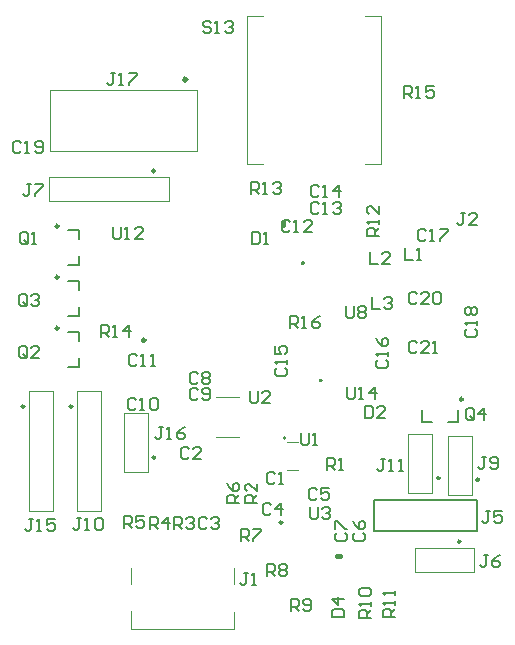
<source format=gto>
G04*
G04 #@! TF.GenerationSoftware,Altium Limited,Altium Designer,23.10.1 (27)*
G04*
G04 Layer_Color=65535*
%FSLAX44Y44*%
%MOMM*%
G71*
G04*
G04 #@! TF.SameCoordinates,273EA9BE-9362-4083-9DEA-C9DCB70363E1*
G04*
G04*
G04 #@! TF.FilePolarity,Positive*
G04*
G01*
G75*
%ADD10C,0.3000*%
%ADD11C,0.2500*%
%ADD12C,0.1500*%
%ADD13C,0.1016*%
%ADD14C,0.2000*%
%ADD15C,0.4000*%
%ADD16C,0.1651*%
D10*
X269367Y219075D02*
G03*
X269367Y219075I-254J0D01*
G01*
X120737Y253184D02*
G03*
X120737Y253184I-1061J0D01*
G01*
X155956Y473964D02*
G03*
X155956Y473964I-1270J0D01*
G01*
X254565Y318514D02*
G03*
X254565Y318514I-559J0D01*
G01*
D11*
X129016Y396494D02*
G03*
X129016Y396494I-1000J0D01*
G01*
X389836Y203262D02*
G03*
X389836Y203262I-1250J0D01*
G01*
X129016Y153924D02*
G03*
X129016Y153924I-1000J0D01*
G01*
X59166Y197104D02*
G03*
X59166Y197104I-1000J0D01*
G01*
X18526D02*
G03*
X18526Y197104I-1000J0D01*
G01*
X47416Y349724D02*
G03*
X47416Y349724I-1250J0D01*
G01*
Y306544D02*
G03*
X47416Y306544I-1250J0D01*
G01*
Y263364D02*
G03*
X47416Y263364I-1250J0D01*
G01*
X370062Y136652D02*
G03*
X370062Y136652I-1000J0D01*
G01*
X387588Y82550D02*
G03*
X387588Y82550I-1000J0D01*
G01*
X403336Y135128D02*
G03*
X403336Y135128I-1000J0D01*
G01*
X237135Y98868D02*
G03*
X237135Y98868I-1250J0D01*
G01*
D12*
X239256Y170434D02*
G03*
X239256Y170434I-750J0D01*
G01*
D13*
X207402Y402332D02*
Y527582D01*
X220902D01*
X207402Y402332D02*
X220902D01*
X320402D02*
Y527582D01*
X306902D02*
X320402D01*
X306902Y402332D02*
X320402D01*
X164846Y413004D02*
Y465074D01*
X40386Y413004D02*
X164846D01*
X40386D02*
Y465074D01*
X164846D01*
X39116Y371094D02*
X140716D01*
X39116D02*
Y391414D01*
X140716D01*
Y371094D02*
Y391414D01*
X102616Y141224D02*
Y191285D01*
X122936D01*
Y141224D02*
Y191285D01*
X102616Y141224D02*
X122936D01*
X63246Y209804D02*
X83566D01*
X63246Y108204D02*
Y209804D01*
Y108204D02*
X83566D01*
Y209804D01*
X42926Y108204D02*
Y209804D01*
X22606Y108204D02*
X42926D01*
X22606D02*
Y209804D01*
X42926D01*
X343662Y123952D02*
Y174013D01*
X363982D01*
Y123952D02*
Y174013D01*
X343662Y123952D02*
X363982D01*
X349227Y57150D02*
X399288D01*
X349227D02*
Y77470D01*
X399288D01*
Y57150D02*
Y77470D01*
X376936Y122428D02*
Y172489D01*
X397256D01*
Y122428D02*
Y172489D01*
X376936Y122428D02*
X397256D01*
X196073Y8684D02*
Y23184D01*
X109073Y8684D02*
X196073D01*
X109073D02*
Y23934D01*
Y46684D02*
Y60684D01*
X196073Y46684D02*
Y60684D01*
X180607Y204928D02*
X200357D01*
X180607Y171678D02*
X180857D01*
X200357D01*
X240876Y166694D02*
X250626D01*
X240876Y142944D02*
X250626D01*
D14*
X385586Y184262D02*
Y194262D01*
X377586Y184262D02*
X385586D01*
X355586D02*
Y194262D01*
Y184262D02*
X363586D01*
X314390Y91652D02*
Y104902D01*
Y91652D02*
X358140D01*
X314390Y104902D02*
Y118152D01*
X358140D01*
X401890Y91652D02*
Y104902D01*
X358140Y91652D02*
X401890D01*
Y104902D02*
Y118152D01*
X358140D02*
X401890D01*
X65166Y316724D02*
Y324724D01*
X55166Y316724D02*
X65166D01*
Y338724D02*
Y346724D01*
X55166D02*
X65166D01*
Y273544D02*
Y281544D01*
X55166Y273544D02*
X65166D01*
Y295544D02*
Y303544D01*
X55166D02*
X65166D01*
Y230364D02*
Y238364D01*
X55166Y230364D02*
X65166D01*
Y252364D02*
Y260364D01*
X55166D02*
X65166D01*
D15*
X237490Y350774D02*
Y353314D01*
X282875Y70928D02*
X285415D01*
D16*
X176701Y521800D02*
X175009Y523492D01*
X171623D01*
X169930Y521800D01*
Y520107D01*
X171623Y518414D01*
X175009D01*
X176701Y516721D01*
Y515028D01*
X175009Y513336D01*
X171623D01*
X169930Y515028D01*
X180087Y513336D02*
X183472D01*
X181780D01*
Y523492D01*
X180087Y521800D01*
X188551D02*
X190244Y523492D01*
X193629D01*
X195322Y521800D01*
Y520107D01*
X193629Y518414D01*
X191936D01*
X193629D01*
X195322Y516721D01*
Y515028D01*
X193629Y513336D01*
X190244D01*
X188551Y515028D01*
X232072Y230041D02*
X230380Y228349D01*
Y224963D01*
X232072Y223270D01*
X238844D01*
X240536Y224963D01*
Y228349D01*
X238844Y230041D01*
X240536Y233427D02*
Y236812D01*
Y235120D01*
X230380D01*
X232072Y233427D01*
X230380Y248662D02*
Y241891D01*
X235458D01*
X233765Y245276D01*
Y246969D01*
X235458Y248662D01*
X238844D01*
X240536Y246969D01*
Y243584D01*
X238844Y241891D01*
X306750Y197356D02*
Y187200D01*
X311828D01*
X313521Y188892D01*
Y195664D01*
X311828Y197356D01*
X306750D01*
X323678Y187200D02*
X316907D01*
X323678Y193971D01*
Y195664D01*
X321985Y197356D01*
X318600D01*
X316907Y195664D01*
X290748Y281938D02*
Y273474D01*
X292441Y271782D01*
X295826D01*
X297519Y273474D01*
Y281938D01*
X300905Y280246D02*
X302598Y281938D01*
X305983D01*
X307676Y280246D01*
Y278553D01*
X305983Y276860D01*
X307676Y275167D01*
Y273474D01*
X305983Y271782D01*
X302598D01*
X300905Y273474D01*
Y275167D01*
X302598Y276860D01*
X300905Y278553D01*
Y280246D01*
X302598Y276860D02*
X305983D01*
X24215Y385062D02*
X20830D01*
X22522D01*
Y376598D01*
X20830Y374906D01*
X19137D01*
X17444Y376598D01*
X27601Y385062D02*
X34372D01*
Y383370D01*
X27601Y376598D01*
Y374906D01*
X93476Y348994D02*
Y340530D01*
X95169Y338838D01*
X98554D01*
X100247Y340530D01*
Y348994D01*
X103633Y338838D02*
X107018D01*
X105326D01*
Y348994D01*
X103633Y347302D01*
X118868Y338838D02*
X112097D01*
X118868Y345609D01*
Y347302D01*
X117175Y348994D01*
X113790D01*
X112097Y347302D01*
X267887Y383116D02*
X266194Y384808D01*
X262809D01*
X261116Y383116D01*
Y376344D01*
X262809Y374652D01*
X266194D01*
X267887Y376344D01*
X271273Y374652D02*
X274658D01*
X272966D01*
Y384808D01*
X271273Y383116D01*
X284815Y374652D02*
Y384808D01*
X279737Y379730D01*
X286508D01*
X268395Y368384D02*
X266702Y370076D01*
X263317D01*
X261624Y368384D01*
Y361612D01*
X263317Y359920D01*
X266702D01*
X268395Y361612D01*
X271781Y359920D02*
X275166D01*
X273474D01*
Y370076D01*
X271781Y368384D01*
X280245D02*
X281938Y370076D01*
X285323D01*
X287016Y368384D01*
Y366691D01*
X285323Y364998D01*
X283630D01*
X285323D01*
X287016Y363305D01*
Y361612D01*
X285323Y359920D01*
X281938D01*
X280245Y361612D01*
X165947Y210904D02*
X164254Y212596D01*
X160869D01*
X159176Y210904D01*
Y204132D01*
X160869Y202440D01*
X164254D01*
X165947Y204132D01*
X169333D02*
X171026Y202440D01*
X174411D01*
X176104Y204132D01*
Y210904D01*
X174411Y212596D01*
X171026D01*
X169333Y210904D01*
Y209211D01*
X171026Y207518D01*
X176104D01*
X165947Y224874D02*
X164254Y226566D01*
X160869D01*
X159176Y224874D01*
Y218102D01*
X160869Y216410D01*
X164254D01*
X165947Y218102D01*
X169333Y224874D02*
X171026Y226566D01*
X174411D01*
X176104Y224874D01*
Y223181D01*
X174411Y221488D01*
X176104Y219795D01*
Y218102D01*
X174411Y216410D01*
X171026D01*
X169333Y218102D01*
Y219795D01*
X171026Y221488D01*
X169333Y223181D01*
Y224874D01*
X171026Y221488D02*
X174411D01*
X332230Y18715D02*
X322074D01*
Y23793D01*
X323766Y25486D01*
X327152D01*
X328845Y23793D01*
Y18715D01*
Y22101D02*
X332230Y25486D01*
Y28872D02*
Y32257D01*
Y30564D01*
X322074D01*
X323766Y28872D01*
X332230Y37336D02*
Y40721D01*
Y39028D01*
X322074D01*
X323766Y37336D01*
X311910Y17784D02*
X301754D01*
Y22863D01*
X303446Y24555D01*
X306832D01*
X308525Y22863D01*
Y17784D01*
Y21170D02*
X311910Y24555D01*
Y27941D02*
Y31326D01*
Y29634D01*
X301754D01*
X303446Y27941D01*
Y36405D02*
X301754Y38098D01*
Y41483D01*
X303446Y43176D01*
X310218D01*
X311910Y41483D01*
Y38098D01*
X310218Y36405D01*
X303446D01*
X230632Y140292D02*
X228939Y141984D01*
X225554D01*
X223861Y140292D01*
Y133520D01*
X225554Y131828D01*
X228939D01*
X230632Y133520D01*
X234018Y131828D02*
X237403D01*
X235710D01*
Y141984D01*
X234018Y140292D01*
X209722Y210310D02*
Y201846D01*
X211415Y200154D01*
X214800D01*
X216493Y201846D01*
Y210310D01*
X226650Y200154D02*
X219879D01*
X226650Y206925D01*
Y208618D01*
X224957Y210310D01*
X221572D01*
X219879Y208618D01*
X224200Y53850D02*
Y64006D01*
X229278D01*
X230971Y62314D01*
Y58928D01*
X229278Y57235D01*
X224200D01*
X227586D02*
X230971Y53850D01*
X234357Y62314D02*
X236050Y64006D01*
X239435D01*
X241128Y62314D01*
Y60621D01*
X239435Y58928D01*
X241128Y57235D01*
Y55542D01*
X239435Y53850D01*
X236050D01*
X234357Y55542D01*
Y57235D01*
X236050Y58928D01*
X234357Y60621D01*
Y62314D01*
X236050Y58928D02*
X239435D01*
X413089Y108710D02*
X409704D01*
X411396D01*
Y100246D01*
X409704Y98554D01*
X408011D01*
X406318Y100246D01*
X423246Y108710D02*
X416475D01*
Y103632D01*
X419860Y105325D01*
X421553D01*
X423246Y103632D01*
Y100246D01*
X421553Y98554D01*
X418168D01*
X416475Y100246D01*
X95167Y479804D02*
X91782D01*
X93475D01*
Y471340D01*
X91782Y469648D01*
X90089D01*
X88396Y471340D01*
X98553Y469648D02*
X101938D01*
X100246D01*
Y479804D01*
X98553Y478112D01*
X107017Y479804D02*
X113788D01*
Y478112D01*
X107017Y471340D01*
Y469648D01*
X291342Y213358D02*
Y204894D01*
X293035Y203202D01*
X296420D01*
X298113Y204894D01*
Y213358D01*
X301499Y203202D02*
X304884D01*
X303192D01*
Y213358D01*
X301499Y211666D01*
X315041Y203202D02*
Y213358D01*
X309963Y208280D01*
X316734D01*
X243590Y263654D02*
Y273810D01*
X248668D01*
X250361Y272118D01*
Y268732D01*
X248668Y267039D01*
X243590D01*
X246976D02*
X250361Y263654D01*
X253747D02*
X257132D01*
X255440D01*
Y273810D01*
X253747Y272118D01*
X268982Y273810D02*
X265596Y272118D01*
X262211Y268732D01*
Y265346D01*
X263904Y263654D01*
X267289D01*
X268982Y265346D01*
Y267039D01*
X267289Y268732D01*
X262211D01*
X318514Y341634D02*
X308358D01*
Y346712D01*
X310050Y348405D01*
X313436D01*
X315129Y346712D01*
Y341634D01*
Y345020D02*
X318514Y348405D01*
Y351791D02*
Y355176D01*
Y353484D01*
X308358D01*
X310050Y351791D01*
X318514Y367026D02*
Y360255D01*
X311743Y367026D01*
X310050D01*
X308358Y365333D01*
Y361948D01*
X310050Y360255D01*
X312592Y289558D02*
Y279402D01*
X319363D01*
X322749Y287866D02*
X324442Y289558D01*
X327827D01*
X329520Y287866D01*
Y286173D01*
X327827Y284480D01*
X326134D01*
X327827D01*
X329520Y282787D01*
Y281094D01*
X327827Y279402D01*
X324442D01*
X322749Y281094D01*
X310814Y327912D02*
Y317756D01*
X317585D01*
X327742D02*
X320971D01*
X327742Y324527D01*
Y326220D01*
X326049Y327912D01*
X322664D01*
X320971Y326220D01*
X340955Y331468D02*
Y321312D01*
X347726D01*
X351112D02*
X354497D01*
X352804D01*
Y331468D01*
X351112Y329776D01*
X391753Y360678D02*
X388368D01*
X390060D01*
Y352214D01*
X388368Y350522D01*
X386675D01*
X384982Y352214D01*
X401910Y350522D02*
X395139D01*
X401910Y357293D01*
Y358986D01*
X400217Y360678D01*
X396832D01*
X395139Y358986D01*
X350776Y250528D02*
X349083Y252220D01*
X345697D01*
X344005Y250528D01*
Y243756D01*
X345697Y242064D01*
X349083D01*
X350776Y243756D01*
X360932Y242064D02*
X354161D01*
X360932Y248835D01*
Y250528D01*
X359240Y252220D01*
X355854D01*
X354161Y250528D01*
X364318Y242064D02*
X367704D01*
X366011D01*
Y252220D01*
X364318Y250528D01*
X350861Y292438D02*
X349168Y294130D01*
X345783D01*
X344090Y292438D01*
Y285666D01*
X345783Y283974D01*
X349168D01*
X350861Y285666D01*
X361018Y283974D02*
X354246D01*
X361018Y290745D01*
Y292438D01*
X359325Y294130D01*
X355939D01*
X354246Y292438D01*
X364403D02*
X366096Y294130D01*
X369482D01*
X371174Y292438D01*
Y285666D01*
X369482Y283974D01*
X366096D01*
X364403Y285666D01*
Y292438D01*
X15919Y420454D02*
X14226Y422146D01*
X10841D01*
X9148Y420454D01*
Y413682D01*
X10841Y411990D01*
X14226D01*
X15919Y413682D01*
X19305Y411990D02*
X22690D01*
X20998D01*
Y422146D01*
X19305Y420454D01*
X27769Y413682D02*
X29462Y411990D01*
X32847D01*
X34540Y413682D01*
Y420454D01*
X32847Y422146D01*
X29462D01*
X27769Y420454D01*
Y418761D01*
X29462Y417068D01*
X34540D01*
X393108Y262553D02*
X391416Y260861D01*
Y257475D01*
X393108Y255782D01*
X399880D01*
X401572Y257475D01*
Y260861D01*
X399880Y262553D01*
X401572Y265939D02*
Y269324D01*
Y267632D01*
X391416D01*
X393108Y265939D01*
Y274403D02*
X391416Y276096D01*
Y279481D01*
X393108Y281174D01*
X394801D01*
X396494Y279481D01*
X398187Y281174D01*
X399880D01*
X401572Y279481D01*
Y276096D01*
X399880Y274403D01*
X398187D01*
X396494Y276096D01*
X394801Y274403D01*
X393108D01*
X396494Y276096D02*
Y279481D01*
X358819Y345270D02*
X357127Y346962D01*
X353741D01*
X352048Y345270D01*
Y338498D01*
X353741Y336806D01*
X357127D01*
X358819Y338498D01*
X362205Y336806D02*
X365590D01*
X363898D01*
Y346962D01*
X362205Y345270D01*
X370669Y346962D02*
X377440D01*
Y345270D01*
X370669Y338498D01*
Y336806D01*
X317670Y236645D02*
X315978Y234953D01*
Y231567D01*
X317670Y229874D01*
X324442D01*
X326134Y231567D01*
Y234953D01*
X324442Y236645D01*
X326134Y240031D02*
Y243416D01*
Y241724D01*
X315978D01*
X317670Y240031D01*
X315978Y255266D02*
X317670Y251880D01*
X321056Y248495D01*
X324442D01*
X326134Y250188D01*
Y253573D01*
X324442Y255266D01*
X322749D01*
X321056Y253573D01*
Y248495D01*
X243757Y352890D02*
X242064Y354582D01*
X238679D01*
X236986Y352890D01*
Y346118D01*
X238679Y344426D01*
X242064D01*
X243757Y346118D01*
X247143Y344426D02*
X250528D01*
X248836D01*
Y354582D01*
X247143Y352890D01*
X262378Y344426D02*
X255607D01*
X262378Y351197D01*
Y352890D01*
X260685Y354582D01*
X257300D01*
X255607Y352890D01*
X409279Y154176D02*
X405894D01*
X407586D01*
Y145712D01*
X405894Y144020D01*
X404201D01*
X402508Y145712D01*
X412665D02*
X414358Y144020D01*
X417743D01*
X419436Y145712D01*
Y152484D01*
X417743Y154176D01*
X414358D01*
X412665Y152484D01*
Y150791D01*
X414358Y149098D01*
X419436D01*
X323936Y152906D02*
X320550D01*
X322243D01*
Y144442D01*
X320550Y142750D01*
X318858D01*
X317165Y144442D01*
X327322Y142750D02*
X330707D01*
X329014D01*
Y152906D01*
X327322Y151214D01*
X335786Y142750D02*
X339171D01*
X337478D01*
Y152906D01*
X335786Y151214D01*
X135807Y179830D02*
X132422D01*
X134115D01*
Y171366D01*
X132422Y169674D01*
X130729D01*
X129036Y171366D01*
X139193Y169674D02*
X142578D01*
X140886D01*
Y179830D01*
X139193Y178138D01*
X154428Y179830D02*
X151042Y178138D01*
X147657Y174752D01*
Y171366D01*
X149350Y169674D01*
X152735D01*
X154428Y171366D01*
Y173059D01*
X152735Y174752D01*
X147657D01*
X411311Y71372D02*
X407926D01*
X409618D01*
Y62908D01*
X407926Y61216D01*
X406233D01*
X404540Y62908D01*
X421468Y71372D02*
X418082Y69680D01*
X414697Y66294D01*
Y62908D01*
X416390Y61216D01*
X419775D01*
X421468Y62908D01*
Y64601D01*
X419775Y66294D01*
X414697D01*
X25825Y101852D02*
X22440D01*
X24132D01*
Y93388D01*
X22440Y91696D01*
X20747D01*
X19054Y93388D01*
X29211Y91696D02*
X32596D01*
X30904D01*
Y101852D01*
X29211Y100160D01*
X44446Y101852D02*
X37675D01*
Y96774D01*
X41060Y98467D01*
X42753D01*
X44446Y96774D01*
Y93388D01*
X42753Y91696D01*
X39368D01*
X37675Y93388D01*
X66719Y102360D02*
X63334D01*
X65026D01*
Y93896D01*
X63334Y92204D01*
X61641D01*
X59948Y93896D01*
X70105Y92204D02*
X73490D01*
X71798D01*
Y102360D01*
X70105Y100668D01*
X78569D02*
X80262Y102360D01*
X83647D01*
X85340Y100668D01*
Y93896D01*
X83647Y92204D01*
X80262D01*
X78569Y93896D01*
Y100668D01*
X399627Y187114D02*
Y193886D01*
X397934Y195578D01*
X394549D01*
X392856Y193886D01*
Y187114D01*
X394549Y185422D01*
X397934D01*
X396242Y188807D02*
X399627Y185422D01*
X397934D02*
X399627Y187114D01*
X408091Y185422D02*
Y195578D01*
X403013Y190500D01*
X409784D01*
X20405Y283888D02*
Y290660D01*
X18712Y292352D01*
X15327D01*
X13634Y290660D01*
Y283888D01*
X15327Y282196D01*
X18712D01*
X17020Y285581D02*
X20405Y282196D01*
X18712D02*
X20405Y283888D01*
X23791Y290660D02*
X25484Y292352D01*
X28869D01*
X30562Y290660D01*
Y288967D01*
X28869Y287274D01*
X27176D01*
X28869D01*
X30562Y285581D01*
Y283888D01*
X28869Y282196D01*
X25484D01*
X23791Y283888D01*
X20913Y240200D02*
Y246972D01*
X19220Y248664D01*
X15835D01*
X14142Y246972D01*
Y240200D01*
X15835Y238508D01*
X19220D01*
X17528Y241893D02*
X20913Y238508D01*
X19220D02*
X20913Y240200D01*
X31070Y238508D02*
X24299D01*
X31070Y245279D01*
Y246972D01*
X29377Y248664D01*
X25992D01*
X24299Y246972D01*
X21336Y336466D02*
Y343238D01*
X19643Y344930D01*
X16258D01*
X14565Y343238D01*
Y336466D01*
X16258Y334774D01*
X19643D01*
X17950Y338159D02*
X21336Y334774D01*
X19643D02*
X21336Y336466D01*
X24722Y334774D02*
X28107D01*
X26414D01*
Y344930D01*
X24722Y343238D01*
X339602Y457964D02*
Y468120D01*
X344680D01*
X346373Y466428D01*
Y463042D01*
X344680Y461349D01*
X339602D01*
X342988D02*
X346373Y457964D01*
X349759D02*
X353144D01*
X351452D01*
Y468120D01*
X349759Y466428D01*
X364994Y468120D02*
X358223D01*
Y463042D01*
X361608Y464735D01*
X363301D01*
X364994Y463042D01*
Y459656D01*
X363301Y457964D01*
X359916D01*
X358223Y459656D01*
X83316Y256288D02*
Y266444D01*
X88394D01*
X90087Y264752D01*
Y261366D01*
X88394Y259673D01*
X83316D01*
X86702D02*
X90087Y256288D01*
X93473D02*
X96858D01*
X95166D01*
Y266444D01*
X93473Y264752D01*
X107015Y256288D02*
Y266444D01*
X101937Y261366D01*
X108708D01*
X210316Y376938D02*
Y387094D01*
X215394D01*
X217087Y385402D01*
Y382016D01*
X215394Y380323D01*
X210316D01*
X213702D02*
X217087Y376938D01*
X220473D02*
X223858D01*
X222166D01*
Y387094D01*
X220473Y385402D01*
X228937D02*
X230630Y387094D01*
X234015D01*
X235708Y385402D01*
Y383709D01*
X234015Y382016D01*
X232322D01*
X234015D01*
X235708Y380323D01*
Y378630D01*
X234015Y376938D01*
X230630D01*
X228937Y378630D01*
X211415Y344930D02*
Y334774D01*
X216493D01*
X218186Y336466D01*
Y343238D01*
X216493Y344930D01*
X211415D01*
X221572Y334774D02*
X224957D01*
X223264D01*
Y344930D01*
X221572Y343238D01*
X113624Y239860D02*
X111931Y241552D01*
X108546D01*
X106853Y239860D01*
Y233088D01*
X108546Y231396D01*
X111931D01*
X113624Y233088D01*
X117010Y231396D02*
X120395D01*
X118702D01*
Y241552D01*
X117010Y239860D01*
X125474Y231396D02*
X128859D01*
X127166D01*
Y241552D01*
X125474Y239860D01*
X112693Y202776D02*
X111000Y204468D01*
X107615D01*
X105922Y202776D01*
Y196004D01*
X107615Y194312D01*
X111000D01*
X112693Y196004D01*
X116079Y194312D02*
X119464D01*
X117772D01*
Y204468D01*
X116079Y202776D01*
X124543D02*
X126236Y204468D01*
X129621D01*
X131314Y202776D01*
Y196004D01*
X129621Y194312D01*
X126236D01*
X124543Y196004D01*
Y202776D01*
X252644Y174434D02*
Y165970D01*
X254336Y164277D01*
X257722D01*
X259415Y165970D01*
Y174434D01*
X262800Y164277D02*
X266186D01*
X264493D01*
Y174434D01*
X262800Y172741D01*
X199896Y115234D02*
X189740D01*
Y120312D01*
X191432Y122005D01*
X194818D01*
X196511Y120312D01*
Y115234D01*
Y118620D02*
X199896Y122005D01*
X189740Y132162D02*
X191432Y128776D01*
X194818Y125391D01*
X198204D01*
X199896Y127084D01*
Y130469D01*
X198204Y132162D01*
X196511D01*
X194818Y130469D01*
Y125391D01*
X215136Y114980D02*
X204980D01*
Y120058D01*
X206672Y121751D01*
X210058D01*
X211751Y120058D01*
Y114980D01*
Y118366D02*
X215136Y121751D01*
Y131908D02*
Y125137D01*
X208365Y131908D01*
X206672D01*
X204980Y130215D01*
Y126830D01*
X206672Y125137D01*
X275169Y143512D02*
Y153668D01*
X280247D01*
X281940Y151976D01*
Y148590D01*
X280247Y146897D01*
X275169D01*
X278554D02*
X281940Y143512D01*
X285326D02*
X288711D01*
X287018D01*
Y153668D01*
X285326Y151976D01*
X282872Y90255D02*
X281180Y88562D01*
Y85177D01*
X282872Y83484D01*
X289644D01*
X291336Y85177D01*
Y88562D01*
X289644Y90255D01*
X281180Y93641D02*
Y100412D01*
X282872D01*
X289644Y93641D01*
X291336D01*
X227415Y113368D02*
X225722Y115060D01*
X222337D01*
X220644Y113368D01*
Y106596D01*
X222337Y104904D01*
X225722D01*
X227415Y106596D01*
X235879Y104904D02*
Y115060D01*
X230801Y109982D01*
X237572D01*
X173059Y101684D02*
X171366Y103376D01*
X167981D01*
X166288Y101684D01*
Y94912D01*
X167981Y93220D01*
X171366D01*
X173059Y94912D01*
X176445Y101684D02*
X178138Y103376D01*
X181523D01*
X183216Y101684D01*
Y99991D01*
X181523Y98298D01*
X179830D01*
X181523D01*
X183216Y96605D01*
Y94912D01*
X181523Y93220D01*
X178138D01*
X176445Y94912D01*
X158073Y160866D02*
X156380Y162558D01*
X152995D01*
X151302Y160866D01*
Y154094D01*
X152995Y152402D01*
X156380D01*
X158073Y154094D01*
X168230Y152402D02*
X161459D01*
X168230Y159173D01*
Y160866D01*
X166537Y162558D01*
X163152D01*
X161459Y160866D01*
X278894Y18968D02*
X289050D01*
Y24046D01*
X287358Y25739D01*
X280586D01*
X278894Y24046D01*
Y18968D01*
X289050Y34203D02*
X278894D01*
X283972Y29125D01*
Y35896D01*
X244012Y23624D02*
Y33780D01*
X249090D01*
X250783Y32088D01*
Y28702D01*
X249090Y27009D01*
X244012D01*
X247398D02*
X250783Y23624D01*
X254169Y25316D02*
X255862Y23624D01*
X259247D01*
X260940Y25316D01*
Y32088D01*
X259247Y33780D01*
X255862D01*
X254169Y32088D01*
Y30395D01*
X255862Y28702D01*
X260940D01*
X202102Y83060D02*
Y93216D01*
X207180D01*
X208873Y91524D01*
Y88138D01*
X207180Y86445D01*
X202102D01*
X205488D02*
X208873Y83060D01*
X212259Y93216D02*
X219030D01*
Y91524D01*
X212259Y84752D01*
Y83060D01*
X298112Y90001D02*
X296420Y88308D01*
Y84923D01*
X298112Y83230D01*
X304884D01*
X306576Y84923D01*
Y88308D01*
X304884Y90001D01*
X296420Y100158D02*
X298112Y96772D01*
X301498Y93387D01*
X304884D01*
X306576Y95080D01*
Y98465D01*
X304884Y100158D01*
X303191D01*
X301498Y98465D01*
Y93387D01*
X266023Y126068D02*
X264330Y127760D01*
X260945D01*
X259252Y126068D01*
Y119296D01*
X260945Y117604D01*
X264330D01*
X266023Y119296D01*
X276180Y127760D02*
X269409D01*
Y122682D01*
X272794Y124375D01*
X274487D01*
X276180Y122682D01*
Y119296D01*
X274487Y117604D01*
X271102D01*
X269409Y119296D01*
X260014Y112012D02*
Y103548D01*
X261707Y101856D01*
X265092D01*
X266785Y103548D01*
Y112012D01*
X270171Y110320D02*
X271864Y112012D01*
X275249D01*
X276942Y110320D01*
Y108627D01*
X275249Y106934D01*
X273556D01*
X275249D01*
X276942Y105241D01*
Y103548D01*
X275249Y101856D01*
X271864D01*
X270171Y103548D01*
X145460Y92966D02*
Y103122D01*
X150538D01*
X152231Y101430D01*
Y98044D01*
X150538Y96351D01*
X145460D01*
X148846D02*
X152231Y92966D01*
X155617Y101430D02*
X157310Y103122D01*
X160695D01*
X162388Y101430D01*
Y99737D01*
X160695Y98044D01*
X159002D01*
X160695D01*
X162388Y96351D01*
Y94658D01*
X160695Y92966D01*
X157310D01*
X155617Y94658D01*
X102788Y93982D02*
Y104138D01*
X107866D01*
X109559Y102446D01*
Y99060D01*
X107866Y97367D01*
X102788D01*
X106174D02*
X109559Y93982D01*
X119716Y104138D02*
X112945D01*
Y99060D01*
X116330Y100753D01*
X118023D01*
X119716Y99060D01*
Y95674D01*
X118023Y93982D01*
X114638D01*
X112945Y95674D01*
X124632Y92966D02*
Y103122D01*
X129710D01*
X131403Y101430D01*
Y98044D01*
X129710Y96351D01*
X124632D01*
X128018D02*
X131403Y92966D01*
X139867D02*
Y103122D01*
X134789Y98044D01*
X141560D01*
X208026Y56132D02*
X204640D01*
X206333D01*
Y47668D01*
X204640Y45976D01*
X202948D01*
X201255Y47668D01*
X211412Y45976D02*
X214797D01*
X213104D01*
Y56132D01*
X211412Y54440D01*
M02*

</source>
